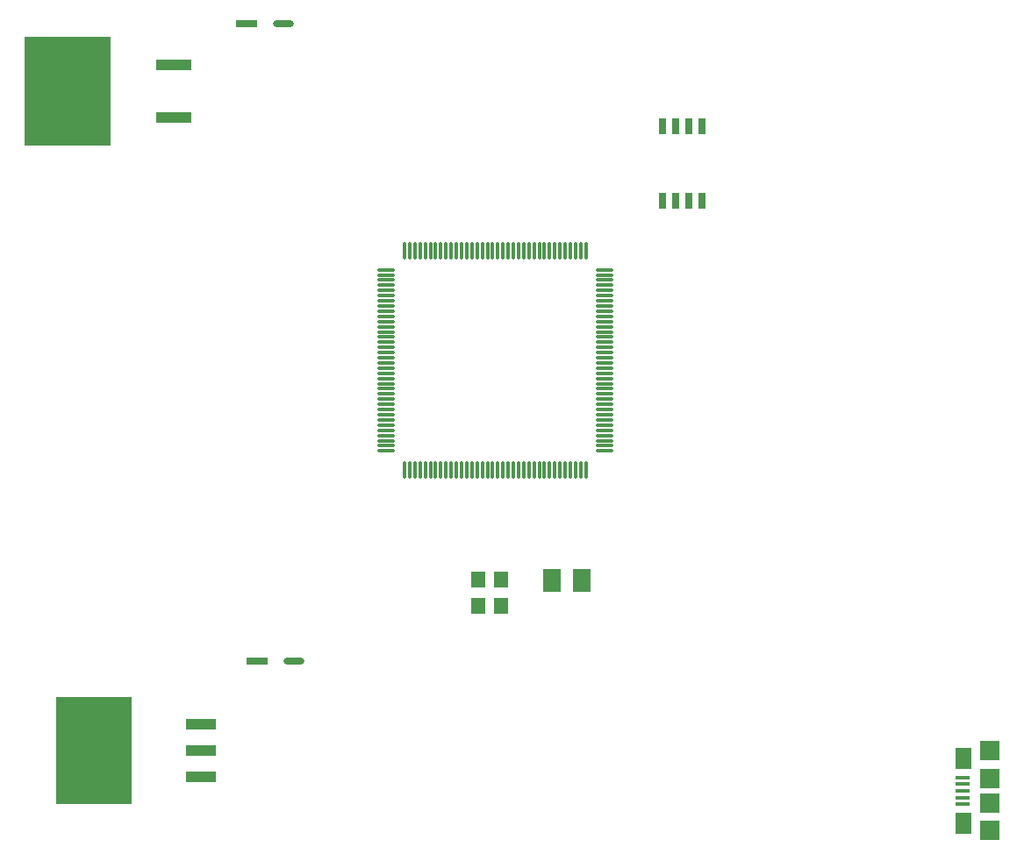
<source format=gtp>
G04*
G04 #@! TF.GenerationSoftware,Altium Limited,Altium Designer,18.0.7 (293)*
G04*
G04 Layer_Color=8421504*
%FSLAX25Y25*%
%MOIN*%
G70*
G01*
G75*
%ADD18O,0.01181X0.07087*%
%ADD19O,0.07087X0.01181*%
%ADD20O,0.07874X0.02756*%
%ADD21R,0.07874X0.02756*%
%ADD22R,0.13795X0.04000*%
%ADD23R,0.32992X0.41299*%
%ADD24R,0.28543X0.40551*%
%ADD25R,0.11811X0.03937*%
%ADD26R,0.05315X0.01575*%
%ADD27R,0.07480X0.07480*%
%ADD28R,0.06299X0.08268*%
%ADD29R,0.02559X0.06496*%
%ADD30R,0.07087X0.09055*%
%ADD31R,0.05512X0.06299*%
D18*
X159616Y271498D02*
D03*
X161584D02*
D03*
X163553D02*
D03*
X165521D02*
D03*
X167490D02*
D03*
X169458D02*
D03*
X171427D02*
D03*
X173395D02*
D03*
X175364D02*
D03*
X177332D02*
D03*
X179301D02*
D03*
X181269D02*
D03*
X183238D02*
D03*
X185206D02*
D03*
X187175D02*
D03*
X189143D02*
D03*
X191112D02*
D03*
X193080D02*
D03*
X195049D02*
D03*
X197017D02*
D03*
X198986D02*
D03*
X200954D02*
D03*
X202923D02*
D03*
X204891D02*
D03*
X206860D02*
D03*
X208828D02*
D03*
X210797D02*
D03*
X212765D02*
D03*
X214734D02*
D03*
X216702D02*
D03*
X218671D02*
D03*
X220639D02*
D03*
X222608D02*
D03*
X224576D02*
D03*
X226545D02*
D03*
X228513D02*
D03*
Y188427D02*
D03*
X226545D02*
D03*
X224576D02*
D03*
X222608D02*
D03*
X220639D02*
D03*
X218671D02*
D03*
X216702D02*
D03*
X214734D02*
D03*
X212765D02*
D03*
X210797D02*
D03*
X208828D02*
D03*
X206860D02*
D03*
X204891D02*
D03*
X202923D02*
D03*
X200954D02*
D03*
X198986D02*
D03*
X197017D02*
D03*
X195049D02*
D03*
X193080D02*
D03*
X191112D02*
D03*
X189143D02*
D03*
X187175D02*
D03*
X185206D02*
D03*
X183238D02*
D03*
X181269D02*
D03*
X179301D02*
D03*
X177332D02*
D03*
X175364D02*
D03*
X173395D02*
D03*
X171427D02*
D03*
X169458D02*
D03*
X167490D02*
D03*
X165521D02*
D03*
X163553D02*
D03*
X161584D02*
D03*
X159616D02*
D03*
D19*
X235600Y264411D02*
D03*
Y262442D02*
D03*
Y260474D02*
D03*
Y258506D02*
D03*
Y256537D02*
D03*
Y254569D02*
D03*
Y252600D02*
D03*
Y250631D02*
D03*
Y248663D02*
D03*
Y246694D02*
D03*
Y244726D02*
D03*
Y242758D02*
D03*
Y240789D02*
D03*
Y238821D02*
D03*
Y236852D02*
D03*
Y234883D02*
D03*
Y232915D02*
D03*
Y230946D02*
D03*
Y228978D02*
D03*
Y227010D02*
D03*
Y225041D02*
D03*
Y223072D02*
D03*
Y221104D02*
D03*
Y219135D02*
D03*
Y217167D02*
D03*
Y215198D02*
D03*
Y213230D02*
D03*
Y211261D02*
D03*
Y209293D02*
D03*
Y207324D02*
D03*
Y205356D02*
D03*
Y203387D02*
D03*
Y201419D02*
D03*
Y199450D02*
D03*
Y197482D02*
D03*
Y195513D02*
D03*
X152529D02*
D03*
Y197482D02*
D03*
Y199450D02*
D03*
Y201419D02*
D03*
Y203387D02*
D03*
Y205356D02*
D03*
Y207324D02*
D03*
Y209293D02*
D03*
Y211261D02*
D03*
Y213230D02*
D03*
Y215198D02*
D03*
Y217167D02*
D03*
Y219135D02*
D03*
Y221104D02*
D03*
Y223072D02*
D03*
Y225041D02*
D03*
Y227010D02*
D03*
Y228978D02*
D03*
Y230946D02*
D03*
Y232915D02*
D03*
Y234883D02*
D03*
Y236852D02*
D03*
Y238821D02*
D03*
Y240789D02*
D03*
Y242758D02*
D03*
Y244726D02*
D03*
Y246694D02*
D03*
Y248663D02*
D03*
Y250631D02*
D03*
Y252600D02*
D03*
Y254569D02*
D03*
Y256537D02*
D03*
Y258506D02*
D03*
Y260474D02*
D03*
Y262442D02*
D03*
Y264411D02*
D03*
D20*
X117600Y115700D02*
D03*
X113500Y357800D02*
D03*
D21*
X103600Y115700D02*
D03*
X99500Y357800D02*
D03*
D22*
X71909Y322300D02*
D03*
Y342300D02*
D03*
D23*
X31700Y332300D02*
D03*
D24*
X41558Y81600D02*
D03*
D25*
X82109Y91600D02*
D03*
Y81600D02*
D03*
Y71600D02*
D03*
D26*
X371667Y61206D02*
D03*
Y63765D02*
D03*
Y66324D02*
D03*
Y68884D02*
D03*
Y71443D02*
D03*
D27*
X382100Y61600D02*
D03*
Y71049D02*
D03*
Y51167D02*
D03*
Y81482D02*
D03*
D28*
X372061Y54120D02*
D03*
Y78529D02*
D03*
D29*
X272500Y318873D02*
D03*
X267500D02*
D03*
X262500D02*
D03*
X257500D02*
D03*
Y290527D02*
D03*
X262500D02*
D03*
X267500D02*
D03*
X272500D02*
D03*
D30*
X226900Y146400D02*
D03*
X215483D02*
D03*
D31*
X196300Y136658D02*
D03*
Y146500D02*
D03*
X187639D02*
D03*
Y136658D02*
D03*
M02*

</source>
